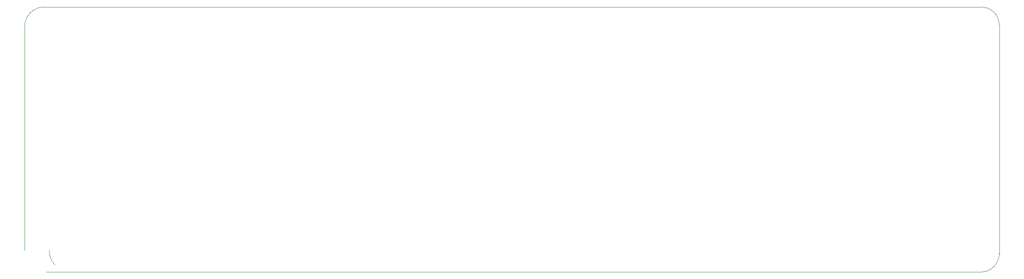
<source format=gko>
G04*
G04 #@! TF.GenerationSoftware,Altium Limited,Altium Designer,20.0.11 (256)*
G04*
G04 Layer_Color=16711935*
%FSLAX25Y25*%
%MOIN*%
G70*
G01*
G75*
%ADD51C,0.00394*%
D51*
Y-2362D02*
G03*
X-2362Y-19685I17323J-0D01*
G01*
X-3937Y192913D02*
G03*
X-19685Y177165I-0J-15748D01*
G01*
X759843Y178346D02*
G03*
X745276Y192913I-14567J0D01*
G01*
X744882Y-19685D02*
G03*
X759842Y-4724I-0J14961D01*
G01*
X-19685Y-2362D02*
Y177165D01*
X-3937Y192913D02*
X745276Y192913D01*
X759842Y-4724D02*
X759843Y178346D01*
X-2362Y-19685D02*
X744882D01*
M02*

</source>
